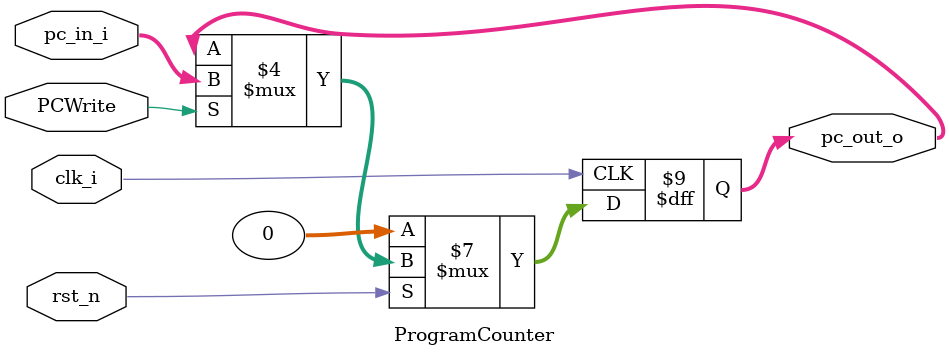
<source format=v>

module ProgramCounter(
    clk_i,
	rst_n,
    PCWrite,
	pc_in_i,
	pc_out_o
	);
     
//I/O ports
input           clk_i;
input	        rst_n;
input           PCWrite;
input  [32-1:0] pc_in_i;
output [32-1:0] pc_out_o;
 
//Internal Signals
reg    [32-1:0] pc_out_o;
 
//Parameter

    
//Main function
always @(posedge clk_i) begin
    if(~rst_n)
	    pc_out_o <= 0;
	else
    begin
        if (PCWrite)
            pc_out_o <= pc_in_i;
        else
            pc_out_o <= pc_out_o;
    end   
end

endmodule



                    
                    
</source>
